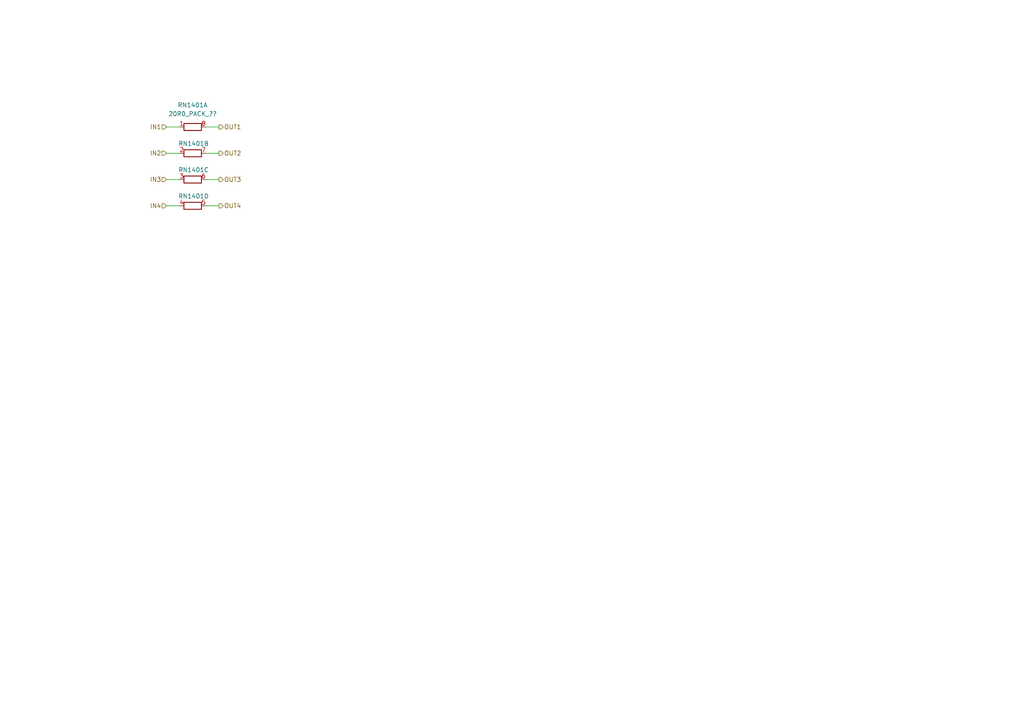
<source format=kicad_sch>
(kicad_sch (version 20250114) (generator "eeschema") (generator_version "9.0")
  (paper "A4")
  (title_block (title "Beacon Tower") (date "2025-06-14") (rev "1"))
  (lib_symbols
    (symbol "Device:R_Pack04_Split" (pin_names (offset 0) (hide yes))
      (property "Reference" "RN" (at 2.032 0 90))
      (property "Value" "R_Pack04_Split" (at 0 0 90))
      (symbol "R_Pack04_Split_0_1"
        (rectangle (start 1.016 2.54) (end -1.016 -2.54) (stroke (width 0.254)))
      )
      (symbol "R_Pack04_Split_1_1"
        (pin passive line (at 0 3.81 270) (length 1.27) (name "R1.2") (number "8"))
        (pin passive line (at 0 -3.81 90) (length 1.27) (name "R1.1") (number "1"))
      )
      (symbol "R_Pack04_Split_2_1"
        (pin passive line (at 0 3.81 270) (length 1.27) (name "R2.2") (number "7"))
        (pin passive line (at 0 -3.81 90) (length 1.27) (name "R2.1") (number "2"))
      )
      (symbol "R_Pack04_Split_3_1"
        (pin passive line (at 0 3.81 270) (length 1.27) (name "R3.2") (number "6"))
        (pin passive line (at 0 -3.81 90) (length 1.27) (name "R3.1") (number "3"))
      )
      (symbol "R_Pack04_Split_4_1"
        (pin passive line (at 0 3.81 270) (length 1.27) (name "R4.2") (number "5"))
        (pin passive line (at 0 -3.81 90) (length 1.27) (name "R4.1") (number "4"))
      )
    )
  )
  (wire (pts (xy 63.5 36.83) (xy 59.69 36.83)))
  (wire (pts (xy 48.26 36.83) (xy 52.07 36.83)))
  (wire (pts (xy 63.5 59.69) (xy 59.69 59.69)))
  (wire (pts (xy 48.26 59.69) (xy 52.07 59.69)))
  (wire (pts (xy 48.26 44.45) (xy 52.07 44.45)))
  (wire (pts (xy 63.5 44.45) (xy 59.69 44.45)))
  (wire (pts (xy 48.26 52.07) (xy 52.07 52.07)))
  (wire (pts (xy 63.5 52.07) (xy 59.69 52.07)))
  (hierarchical_label "IN2" (shape input) (at 48.26 44.45 180) (property "Intersheetrefs" "${INTERSHEET_REFS}" (effects (hide yes))))
  (hierarchical_label "OUT3" (shape output) (at 63.5 52.07 0) (property "Intersheetrefs" "${INTERSHEET_REFS}" (effects (hide yes))))
  (hierarchical_label "IN3" (shape input) (at 48.26 52.07 180) (property "Intersheetrefs" "${INTERSHEET_REFS}" (effects (hide yes))))
  (hierarchical_label "OUT2" (shape output) (at 63.5 44.45 0) (property "Intersheetrefs" "${INTERSHEET_REFS}" (effects (hide yes))))
  (hierarchical_label "OUT1" (shape output) (at 63.5 36.83 0) (property "Intersheetrefs" "${INTERSHEET_REFS}" (effects (hide yes))))
  (hierarchical_label "IN1" (shape input) (at 48.26 36.83 180) (property "Intersheetrefs" "${INTERSHEET_REFS}" (effects (hide yes))))
  (hierarchical_label "OUT4" (shape output) (at 63.5 59.69 0) (property "Intersheetrefs" "${INTERSHEET_REFS}" (effects (hide yes))))
  (hierarchical_label "IN4" (shape input) (at 48.26 59.69 180) (property "Intersheetrefs" "${INTERSHEET_REFS}" (effects (hide yes))))
  (symbol (lib_id "Device:R_Pack04_Split") (at 55.88 36.83 270) (unit 1)
    (property "Reference" "RN1401" (at 55.88 30.48 90))
    (property "Value" "20R0_PACK_??" (at 55.88 33.02 90))
    (property "Description" "4 resistor network, parallel topology, split" (effects (hide yes)))
  )
  (symbol (lib_id "Device:R_Pack04_Split") (at 55.88 44.45 270) (unit 2)
    (property "Reference" "RN1401" (at 56.134 41.656 90))
    (property "Value" "20R0_PACK_??" (effects (hide yes)))
    (property "Description" "4 resistor network, parallel topology, split" (effects (hide yes)))
  )
  (symbol (lib_id "Device:R_Pack04_Split") (at 55.88 52.07 270) (unit 3)
    (property "Reference" "RN1401" (at 56.134 49.276 90))
    (property "Value" "20R0_PACK_??" (effects (hide yes)))
    (property "Description" "4 resistor network, parallel topology, split" (effects (hide yes)))
  )
  (symbol (lib_id "Device:R_Pack04_Split") (at 55.88 59.69 270) (unit 4)
    (property "Reference" "RN1401" (at 56.134 56.896 90))
    (property "Value" "20R0_PACK_??" (effects (hide yes)))
    (property "Description" "4 resistor network, parallel topology, split" (effects (hide yes)))
  )
)
</source>
